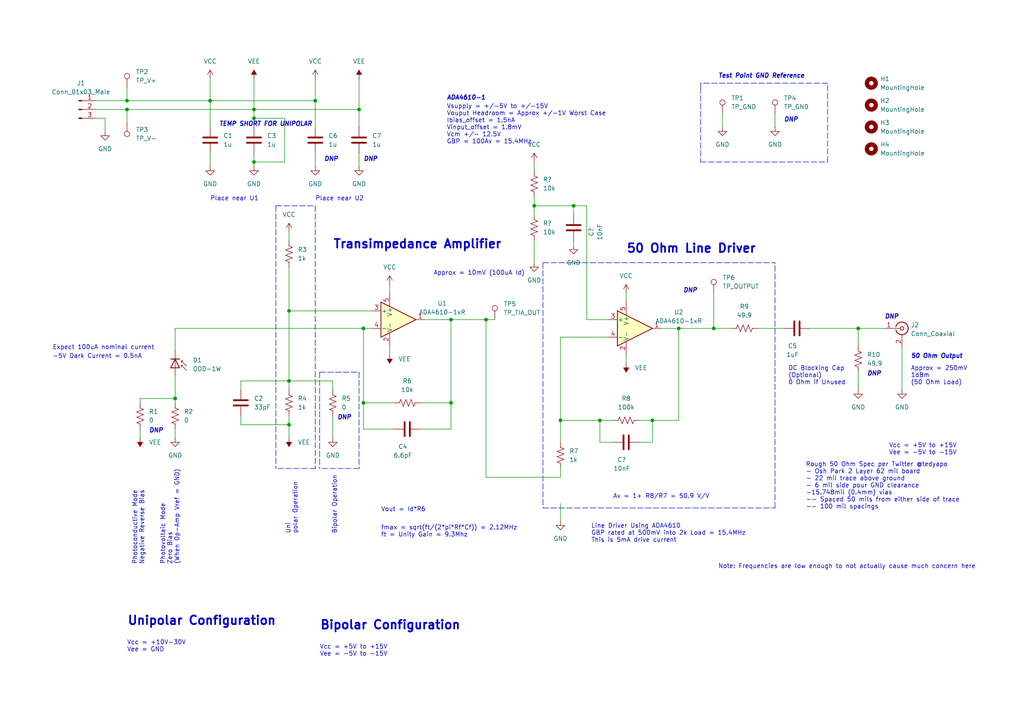
<source format=kicad_sch>
(kicad_sch (version 20211123) (generator eeschema)
  (paper "A4")
  (title_block (title "ADA4610-1 Transimpedance Amplifier") (date "2022-08-07") (rev "1.1") (company "Brenton Salmi, KB1LQD"))
  (lib_symbols
    (symbol "Amplifier_Operational:ADA4610-1xRJ" (pin_names (offset 0.127))
      (property "Reference" "U" (at -1.27 6.35 0))
      (property "Value" "ADA4610-1xRJ" (at -1.27 3.81 0))
      (symbol "ADA4610-1xRJ_0_1"
        (polyline (pts (xy -5.08 5.08) (xy 5.08 0) (xy -5.08 -5.08) (xy -5.08 5.08)) (stroke (width 0.254)) (fill (type background)))
        (pin power_in line (at -2.54 -7.62 90) (length 3.81) (name "V-") (number "2"))
        (pin power_in line (at -2.54 7.62 270) (length 3.81) (name "V+") (number "5"))
      )
      (symbol "ADA4610-1xRJ_1_1"
        (pin output line (at 7.62 0 180) (length 2.54) (name "~") (number "1"))
        (pin input line (at -7.62 2.54 0) (length 2.54) (name "+") (number "3"))
        (pin input line (at -7.62 -2.54 0) (length 2.54) (name "-") (number "4"))
      )
    )
    (symbol "Connector:Conn_01x03_Male" (pin_names (offset 1.016) hide)
      (property "Reference" "J" (at 0 5.08 0))
      (property "Value" "Conn_01x03_Male" (at 0 -5.08 0))
      (symbol "Conn_01x03_Male_1_1"
        (polyline (pts (xy 1.27 -2.54) (xy 0.8636 -2.54)) (stroke (width 0.1524)))
        (polyline (pts (xy 1.27 0) (xy 0.8636 0)) (stroke (width 0.1524)))
        (polyline (pts (xy 1.27 2.54) (xy 0.8636 2.54)) (stroke (width 0.1524)))
        (rectangle (start 0.8636 -2.413) (end 0 -2.667) (stroke (width 0.1524)) (fill (type outline)))
        (rectangle (start 0.8636 0.127) (end 0 -0.127) (stroke (width 0.1524)) (fill (type outline)))
        (rectangle (start 0.8636 2.667) (end 0 2.413) (stroke (width 0.1524)) (fill (type outline)))
        (pin passive line (at 5.08 2.54 180) (length 3.81) (name "Pin_1") (number "1"))
        (pin passive line (at 5.08 0 180) (length 3.81) (name "Pin_2") (number "2"))
        (pin passive line (at 5.08 -2.54 180) (length 3.81) (name "Pin_3") (number "3"))
      )
    )
    (symbol "Connector:Conn_Coaxial" (pin_names (offset 1.016) hide)
      (property "Reference" "J" (at 0.254 3.048 0))
      (property "Value" "Conn_Coaxial" (at 2.921 0 90))
      (symbol "Conn_Coaxial_0_1"
        (arc (start -1.778 -0.508) (mid 0.2311 -1.8066) (end 1.778 0) (stroke (width 0.254)))
        (polyline (pts (xy -2.54 0) (xy -0.508 0)))
        (polyline (pts (xy 0 -2.54) (xy 0 -1.778)))
        (circle (center 0 0) (radius 0.508) (stroke (width 0.2032)))
        (arc (start 1.778 0) (mid 0.2099 1.8101) (end -1.778 0.508) (stroke (width 0.254)))
      )
      (symbol "Conn_Coaxial_1_1"
        (pin passive line (at -5.08 0 0) (length 2.54) (name "In") (number "1"))
        (pin passive line (at 0 -5.08 90) (length 2.54) (name "Ext") (number "2"))
      )
    )
    (symbol "Connector:TestPoint" (pin_numbers hide) (pin_names (offset 0.762) hide)
      (property "Reference" "TP" (at 0 6.858 0))
      (property "Value" "TestPoint" (at 0 5.08 0))
      (symbol "TestPoint_0_1"
        (circle (center 0 3.302) (radius 0.762))
      )
      (symbol "TestPoint_1_1"
        (pin passive line (at 0 0 90) (length 2.54) (name "1") (number "1"))
      )
    )
    (symbol "Device:C" (pin_numbers hide) (pin_names (offset 0.254))
      (property "Reference" "C" (at 0.635 2.54 0))
      (property "Value" "C" (at 0.635 -2.54 0))
      (symbol "C_0_1"
        (polyline (pts (xy -2.032 -0.762) (xy 2.032 -0.762)) (stroke (width 0.508)))
        (polyline (pts (xy -2.032 0.762) (xy 2.032 0.762)) (stroke (width 0.508)))
      )
      (symbol "C_1_1"
        (pin passive line (at 0 3.81 270) (length 2.794) (name "~") (number "1"))
        (pin passive line (at 0 -3.81 90) (length 2.794) (name "~") (number "2"))
      )
    )
    (symbol "Device:D_Photo" (pin_numbers hide) (pin_names hide)
      (property "Reference" "D" (at 0.508 1.778 0))
      (property "Value" "D_Photo" (at -1.016 -2.794 0))
      (symbol "D_Photo_0_1"
        (polyline (pts (xy -2.54 1.27) (xy -2.54 -1.27)) (stroke (width 0.254)))
        (polyline (pts (xy -2.032 1.778) (xy -1.524 1.778)))
        (polyline (pts (xy 0 0) (xy -2.54 0)))
        (polyline (pts (xy -0.508 3.302) (xy -2.032 1.778) (xy -2.032 2.286)))
        (polyline (pts (xy 0 -1.27) (xy 0 1.27) (xy -2.54 0) (xy 0 -1.27)) (stroke (width 0.254)))
        (polyline (pts (xy 0.762 3.302) (xy -0.762 1.778) (xy -0.762 2.286) (xy -0.762 1.778) (xy -0.254 1.778)))
      )
      (symbol "D_Photo_1_1"
        (pin passive line (at -5.08 0 0) (length 2.54) (name "K") (number "1"))
        (pin passive line (at 2.54 0 180) (length 2.54) (name "A") (number "2"))
      )
    )
    (symbol "Device:R_US" (pin_numbers hide) (pin_names (offset 0))
      (property "Reference" "R" (at 2.54 0 90))
      (property "Value" "R_US" (at -2.54 0 90))
      (symbol "R_US_0_1"
        (polyline (pts (xy 0 -2.286) (xy 0 -2.54)))
        (polyline (pts (xy 0 2.286) (xy 0 2.54)))
        (polyline (pts (xy 0 -0.762) (xy 1.016 -1.143) (xy 0 -1.524) (xy -1.016 -1.905) (xy 0 -2.286)))
        (polyline (pts (xy 0 0.762) (xy 1.016 0.381) (xy 0 0) (xy -1.016 -0.381) (xy 0 -0.762)))
        (polyline (pts (xy 0 2.286) (xy 1.016 1.905) (xy 0 1.524) (xy -1.016 1.143) (xy 0 0.762)))
      )
      (symbol "R_US_1_1"
        (pin passive line (at 0 3.81 270) (length 1.27) (name "~") (number "1"))
        (pin passive line (at 0 -3.81 90) (length 1.27) (name "~") (number "2"))
      )
    )
    (symbol "Mechanical:MountingHole" (pin_names (offset 1.016))
      (property "Reference" "H" (at 0 5.08 0))
      (property "Value" "MountingHole" (at 0 3.175 0))
      (symbol "MountingHole_0_1"
        (circle (center 0 0) (radius 1.27) (stroke (width 1.27)))
      )
    )
    (symbol "power:GND" (power) (pin_names (offset 0))
      (property "Value" "GND" (at 0 -3.81 0))
      (symbol "GND_0_1"
        (polyline (pts (xy 0 0) (xy 0 -1.27) (xy 1.27 -1.27) (xy 0 -2.54) (xy -1.27 -1.27) (xy 0 -1.27)))
      )
      (symbol "GND_1_1"
        (pin power_in line (at 0 0 270) (length 0) hide (name "GND") (number "1"))
      )
    )
    (symbol "power:VCC" (power) (pin_names (offset 0))
      (property "Value" "VCC" (at 0 3.81 0))
      (symbol "VCC_0_1"
        (polyline (pts (xy -0.762 1.27) (xy 0 2.54)))
        (polyline (pts (xy 0 0) (xy 0 2.54)))
        (polyline (pts (xy 0 2.54) (xy 0.762 1.27)))
      )
      (symbol "VCC_1_1"
        (pin power_in line (at 0 0 90) (length 0) hide (name "VCC") (number "1"))
      )
    )
    (symbol "power:VEE" (power) (pin_names (offset 0))
      (property "Value" "VEE" (at 0 3.81 0))
      (symbol "VEE_0_1"
        (polyline (pts (xy 0 0) (xy 0 2.54)))
        (polyline (pts (xy 0.762 1.27) (xy -0.762 1.27) (xy 0 2.54) (xy 0.762 1.27)) (fill (type outline)))
      )
      (symbol "VEE_1_1"
        (pin power_in line (at 0 0 90) (length 0) hide (name "VEE") (number "1"))
      )
    )
  )
  (junction (at 91.44 29.21))
  (junction (at 60.96 29.21))
  (junction (at 248.92 95.25))
  (junction (at 105.41 116.84))
  (junction (at 73.66 34.29))
  (junction (at 83.82 110.49))
  (junction (at 73.66 31.75))
  (junction (at 173.99 121.92))
  (junction (at 130.81 116.84))
  (junction (at 36.83 31.75))
  (junction (at 189.23 121.92))
  (junction (at 166.37 59.69))
  (junction (at 36.83 29.21))
  (junction (at 50.8 115.57))
  (junction (at 73.66 46.99))
  (junction (at 83.82 123.19))
  (junction (at 196.85 95.25))
  (junction (at 207.01 95.25))
  (junction (at 154.94 59.69))
  (junction (at 105.41 95.25))
  (junction (at 162.56 121.92))
  (junction (at 140.97 92.71))
  (junction (at 83.82 90.17))
  (junction (at 104.14 31.75))
  (junction (at 130.81 92.71))
  (wire (pts (xy 83.82 110.49) (xy 83.82 113.03)))
  (wire (pts (xy 83.82 90.17) (xy 83.82 110.49)))
  (wire (pts (xy 73.66 46.99) (xy 73.66 48.26)))
  (wire (pts (xy 73.66 31.75) (xy 73.66 34.29)))
  (wire (pts (xy 261.62 100.33) (xy 261.62 113.03)))
  (wire (pts (xy 162.56 146.05) (xy 162.56 151.13)))
  (wire (pts (xy 162.56 97.79) (xy 176.53 97.79)))
  (wire (pts (xy 166.37 59.69) (xy 166.37 62.23)))
  (polyline (pts (xy 203.2 25.4) (xy 203.2 46.99)))
  (wire (pts (xy 60.96 29.21) (xy 60.96 36.83)))
  (wire (pts (xy 83.82 67.31) (xy 83.82 69.85)))
  (wire (pts (xy 27.94 29.21) (xy 36.83 29.21)))
  (wire (pts (xy 170.18 92.71) (xy 170.18 59.69)))
  (wire (pts (xy 185.42 121.92) (xy 189.23 121.92)))
  (wire (pts (xy 170.18 59.69) (xy 166.37 59.69)))
  (wire (pts (xy 185.42 128.27) (xy 189.23 128.27)))
  (wire (pts (xy 73.66 34.29) (xy 82.55 34.29)))
  (wire (pts (xy 40.64 115.57) (xy 50.8 115.57)))
  (wire (pts (xy 113.03 100.33) (xy 113.03 102.87)))
  (wire (pts (xy 50.8 115.57) (xy 50.8 116.84)))
  (polyline (pts (xy 203.2 24.13) (xy 203.2 25.4)))
  (wire (pts (xy 96.52 120.65) (xy 96.52 127)))
  (polyline (pts (xy 91.44 135.89) (xy 80.01 135.89)))
  (wire (pts (xy 154.94 59.69) (xy 154.94 62.23)))
  (wire (pts (xy 248.92 95.25) (xy 256.54 95.25)))
  (wire (pts (xy 73.66 22.86) (xy 73.66 31.75)))
  (wire (pts (xy 130.81 92.71) (xy 140.97 92.71)))
  (wire (pts (xy 96.52 110.49) (xy 96.52 113.03)))
  (wire (pts (xy 83.82 120.65) (xy 83.82 123.19)))
  (wire (pts (xy 162.56 121.92) (xy 173.99 121.92)))
  (wire (pts (xy 189.23 128.27) (xy 189.23 121.92)))
  (wire (pts (xy 69.85 110.49) (xy 83.82 110.49)))
  (wire (pts (xy 248.92 95.25) (xy 248.92 100.33)))
  (wire (pts (xy 196.85 121.92) (xy 196.85 95.25)))
  (wire (pts (xy 105.41 95.25) (xy 105.41 116.84)))
  (wire (pts (xy 27.94 34.29) (xy 30.48 34.29)))
  (wire (pts (xy 176.53 92.71) (xy 170.18 92.71)))
  (wire (pts (xy 113.03 82.55) (xy 113.03 85.09)))
  (wire (pts (xy 36.83 25.4) (xy 36.83 29.21)))
  (wire (pts (xy 36.83 29.21) (xy 60.96 29.21)))
  (wire (pts (xy 173.99 121.92) (xy 177.8 121.92)))
  (wire (pts (xy 140.97 92.71) (xy 140.97 138.43)))
  (wire (pts (xy 121.92 124.46) (xy 130.81 124.46)))
  (wire (pts (xy 209.55 33.02) (xy 209.55 36.83)))
  (polyline (pts (xy 157.48 76.2) (xy 224.79 76.2)))
  (wire (pts (xy 30.48 34.29) (xy 30.48 38.1)))
  (wire (pts (xy 121.92 116.84) (xy 130.81 116.84)))
  (wire (pts (xy 50.8 95.25) (xy 105.41 95.25)))
  (wire (pts (xy 36.83 31.75) (xy 36.83 35.56)))
  (wire (pts (xy 154.94 46.99) (xy 154.94 49.53)))
  (wire (pts (xy 154.94 57.15) (xy 154.94 59.69)))
  (wire (pts (xy 40.64 116.84) (xy 40.64 115.57)))
  (wire (pts (xy 207.01 85.09) (xy 207.01 95.25)))
  (wire (pts (xy 50.8 124.46) (xy 50.8 127)))
  (polyline (pts (xy 203.2 46.99) (xy 240.03 46.99)))
  (wire (pts (xy 50.8 101.6) (xy 50.8 95.25)))
  (wire (pts (xy 40.64 124.46) (xy 40.64 127)))
  (wire (pts (xy 36.83 31.75) (xy 73.66 31.75)))
  (wire (pts (xy 207.01 95.25) (xy 212.09 95.25)))
  (wire (pts (xy 130.81 116.84) (xy 130.81 92.71)))
  (polyline (pts (xy 92.71 107.95) (xy 92.71 135.89)))
  (wire (pts (xy 166.37 59.69) (xy 154.94 59.69)))
  (wire (pts (xy 107.95 95.25) (xy 105.41 95.25)))
  (wire (pts (xy 173.99 128.27) (xy 173.99 121.92)))
  (wire (pts (xy 181.61 85.09) (xy 181.61 87.63)))
  (polyline (pts (xy 224.79 147.32) (xy 224.79 76.2)))
  (wire (pts (xy 104.14 31.75) (xy 104.14 36.83)))
  (wire (pts (xy 189.23 121.92) (xy 196.85 121.92)))
  (wire (pts (xy 60.96 44.45) (xy 60.96 48.26)))
  (wire (pts (xy 27.94 31.75) (xy 36.83 31.75)))
  (wire (pts (xy 219.71 95.25) (xy 227.33 95.25)))
  (wire (pts (xy 83.82 90.17) (xy 107.95 90.17)))
  (wire (pts (xy 69.85 113.03) (xy 69.85 110.49)))
  (polyline (pts (xy 157.48 147.32) (xy 224.79 147.32)))
  (polyline (pts (xy 104.14 135.89) (xy 92.71 135.89)))
  (wire (pts (xy 104.14 22.86) (xy 104.14 31.75)))
  (wire (pts (xy 73.66 34.29) (xy 73.66 36.83)))
  (wire (pts (xy 91.44 22.86) (xy 91.44 29.21)))
  (polyline (pts (xy 80.01 59.69) (xy 80.01 135.89)))
  (wire (pts (xy 130.81 92.71) (xy 123.19 92.71)))
  (wire (pts (xy 248.92 107.95) (xy 248.92 113.03)))
  (wire (pts (xy 91.44 44.45) (xy 91.44 48.26)))
  (wire (pts (xy 69.85 123.19) (xy 83.82 123.19)))
  (wire (pts (xy 82.55 34.29) (xy 82.55 46.99)))
  (wire (pts (xy 60.96 22.86) (xy 60.96 29.21)))
  (wire (pts (xy 50.8 109.22) (xy 50.8 115.57)))
  (wire (pts (xy 91.44 29.21) (xy 91.44 36.83)))
  (wire (pts (xy 73.66 46.99) (xy 82.55 46.99)))
  (wire (pts (xy 162.56 121.92) (xy 162.56 97.79)))
  (polyline (pts (xy 157.48 76.2) (xy 157.48 147.32)))
  (polyline (pts (xy 92.71 107.95) (xy 104.14 107.95)))
  (polyline (pts (xy 91.44 59.69) (xy 91.44 135.89)))
  (wire (pts (xy 83.82 77.47) (xy 83.82 90.17)))
  (wire (pts (xy 69.85 120.65) (xy 69.85 123.19)))
  (wire (pts (xy 73.66 44.45) (xy 73.66 46.99)))
  (wire (pts (xy 224.79 33.02) (xy 224.79 36.83)))
  (wire (pts (xy 154.94 69.85) (xy 154.94 76.2)))
  (wire (pts (xy 196.85 95.25) (xy 207.01 95.25)))
  (wire (pts (xy 105.41 116.84) (xy 114.3 116.84)))
  (wire (pts (xy 83.82 123.19) (xy 83.82 127)))
  (wire (pts (xy 83.82 110.49) (xy 96.52 110.49)))
  (wire (pts (xy 181.61 102.87) (xy 181.61 105.41)))
  (wire (pts (xy 105.41 124.46) (xy 105.41 116.84)))
  (wire (pts (xy 140.97 92.71) (xy 143.51 92.71)))
  (polyline (pts (xy 240.03 24.13) (xy 203.2 24.13)))
  (wire (pts (xy 177.8 128.27) (xy 173.99 128.27)))
  (wire (pts (xy 104.14 44.45) (xy 104.14 48.26)))
  (wire (pts (xy 60.96 29.21) (xy 91.44 29.21)))
  (wire (pts (xy 196.85 95.25) (xy 191.77 95.25)))
  (polyline (pts (xy 104.14 107.95) (xy 104.14 135.89)))
  (wire (pts (xy 166.37 69.85) (xy 166.37 71.12)))
  (polyline (pts (xy 240.03 46.99) (xy 240.03 24.13)))
  (wire (pts (xy 130.81 124.46) (xy 130.81 116.84)))
  (wire (pts (xy 234.95 95.25) (xy 248.92 95.25)))
  (wire (pts (xy 114.3 124.46) (xy 105.41 124.46)))
  (wire (pts (xy 162.56 128.27) (xy 162.56 121.92)))
  (polyline (pts (xy 80.01 59.69) (xy 91.44 59.69)))
  (wire (pts (xy 73.66 31.75) (xy 104.14 31.75)))
  (wire (pts (xy 162.56 135.89) (xy 162.56 138.43)))
  (wire (pts (xy 140.97 138.43) (xy 162.56 138.43)))
  (text "50 Ohm Output" (at 264.16 104.14 0) (effects (font (size 1.27 1.27) (thickness 0.254) bold italic) (justify left bottom)))
  (text "Uni\npolar Operation\n" (at 86.36 154.94 90) (effects (font (size 1.27 1.27)) (justify left bottom)))
  (text "50 Ohm Line Driver\n" (at 181.61 73.66 0) (effects (font (size 2.5 2.5) (thickness 0.5) bold) (justify left bottom)))
  (text "DC Blocking Cap\n(Optional)\n0 Ohm if Unused" (at 228.6 111.76 0) (effects (font (size 1.27 1.27)) (justify left bottom)))
  (text "Approx = 10mV (100uA Id)" (at 125.73 80.01 0) (effects (font (size 1.27 1.27)) (justify left bottom)))
  (text "DNP" (at 227.33 35.56 0) (effects (font (size 1.27 1.27) (thickness 0.254) bold italic) (justify left bottom)))
  (text "Note: Frequencies are low enough to not actually cause much concern here" (at 208.28 165.1 0) (effects (font (size 1.27 1.27)) (justify left bottom)))
  (text "DNP" (at 93.98 46.99 0) (effects (font (size 1.27 1.27) (thickness 0.254) bold italic) (justify left bottom)))
  (text "Vcc = +5V to +15V\nVee = -5V to -15V\n" (at 257.81 132.08 0) (effects (font (size 1.27 1.27)) (justify left bottom)))
  (text "Line Driver Using ADA4610\nGBP rated at 500mV into 2k Load = 15.4MHz\nThis is 5mA drive current\n" (at 171.45 157.48 0) (effects (font (size 1.27 1.27)) (justify left bottom)))
  (text "Unipolar Configuration" (at 36.83 181.61 0) (effects (font (size 2.5 2.5) (thickness 0.5) bold) (justify left bottom)))
  (text "Rough 50 Ohm Spec per Twitter @tedyapo\n- Osh Park 2 Layer 62 mil board\n- 22 mil trace above ground\n- 6 mil side pour GND clearance\n-15.748mil (0.4mm) vias\n-- Spaced 50 mils from either side of trace\n-- 100 mil spacings\n\n" (at 233.68 149.86 0) (effects (font (size 1.27 1.27)) (justify left bottom)))
  (text "DNP" (at 43.18 125.73 0) (effects (font (size 1.27 1.27) (thickness 0.254) bold italic) (justify left bottom)))
  (text "Bipolar Operation\n" (at 97.79 154.94 90) (effects (font (size 1.27 1.27)) (justify left bottom)))
  (text "DNP" (at 105.41 46.99 0) (effects (font (size 1.27 1.27) (thickness 0.254) bold italic) (justify left bottom)))
  (text "fmax = sqrt(ft/(2*pi*Rf*Cf)) = 2.12MHz\nft = Unity Gain = 9.3Mhz\n\n\n" (at 110.49 160.02 0) (effects (font (size 1.27 1.27)) (justify left bottom)))
  (text "Vsupply = +/-5V to +/-15V\nVouput Headroom = Approx +/-1V Worst Case\nIbias_offset = 1.5nA\nVinput_offset = 1.8mV\nVcm +/- 12.5V\nGBP = 100Av = 15.4MHz\n" (at 129.54 41.91 0) (effects (font (size 1.27 1.27)) (justify left bottom)))
  (text "ADA4610-1" (at 129.54 29.21 0) (effects (font (size 1.27 1.27) (thickness 0.254) bold italic) (justify left bottom)))
  (text "DNP" (at 251.46 109.22 0) (effects (font (size 1.27 1.27) (thickness 0.254) bold italic) (justify left bottom)))
  (text "Test Point GND Reference" (at 208.28 22.86 0) (effects (font (size 1.27 1.27) (thickness 0.254) bold italic) (justify left bottom)))
  (text "Place near U2" (at 91.44 58.42 0) (effects (font (size 1.27 1.27)) (justify left bottom)))
  (text "Vout = Id*R6" (at 110.49 148.59 0) (effects (font (size 1.27 1.27)) (justify left bottom)))
  (text "Photovoltaic Mode\nZero Bias\n(When Op-Amp Vref = GND)" (at 52.07 163.83 90) (effects (font (size 1.27 1.27)) (justify left bottom)))
  (text "DNP" (at 256.54 92.71 0) (effects (font (size 1.27 1.27) (thickness 0.254) bold italic) (justify left bottom)))
  (text "Photoconductive Mode\nNegative Reverse Bias" (at 41.91 163.83 90) (effects (font (size 1.27 1.27)) (justify left bottom)))
  (text "Expect 100uA nominal current\n" (at 15.24 101.6 0) (effects (font (size 1.27 1.27)) (justify left bottom)))
  (text "Transimpedance Amplifier" (at 96.52 72.39 0) (effects (font (size 2.5 2.5) (thickness 0.5) bold) (justify left bottom)))
  (text "TEMP SHORT FOR UNIPOLAR" (at 63.5 36.83 0) (effects (font (size 1.27 1.27) (thickness 0.254) bold italic) (justify left bottom)))
  (text "Vcc = +5V to +15V\nVee = -5V to -15V\n" (at 92.71 190.5 0) (effects (font (size 1.27 1.27)) (justify left bottom)))
  (text "Av = 1+ R8/R7 = 50.9 V/V" (at 177.8 144.78 0) (effects (font (size 1.27 1.27)) (justify left bottom)))
  (text "Bipolar Configuration" (at 92.71 182.88 0) (effects (font (size 2.5 2.5) (thickness 0.5) bold) (justify left bottom)))
  (text "-5V Dark Current = 0.5nA" (at 15.24 104.14 0) (effects (font (size 1.27 1.27)) (justify left bottom)))
  (text "DNP" (at 97.79 121.92 0) (effects (font (size 1.27 1.27) (thickness 0.254) bold italic) (justify left bottom)))
  (text "Approx = 250mV\n1dBm\n(50 Ohm Load)" (at 264.16 111.76 0) (effects (font (size 1.27 1.27)) (justify left bottom)))
  (text "Vcc = +10V-30V\nVee = GND\n" (at 36.83 189.23 0) (effects (font (size 1.27 1.27)) (justify left bottom)))
  (text "DNP" (at 198.12 85.09 0) (effects (font (size 1.27 1.27) (thickness 0.254) bold italic) (justify left bottom)))
  (text "Place near U1\n" (at 60.96 58.42 0) (effects (font (size 1.27 1.27)) (justify left bottom)))
  (symbol (lib_id "power:VCC") (at 154.94 46.99 0) (unit 1)
    (property "Reference" "#PWR?" (effects hide))
    (property "Value" "VCC" (at 154.94 41.91 0))
  )
  (symbol (lib_id "Device:R_US") (at 50.8 120.65 0) (unit 1)
    (property "Reference" "R2" (at 53.34 119.3799 0) (effects (justify left)))
    (property "Value" "0" (at 53.34 121.9199 0) (effects (justify left)))
    (property "Footprint" "Resistor_SMD:R_0603_1608Metric_Pad0.98x0.95mm_HandSolder" (effects hide))
  )
  (symbol (lib_id "Mechanical:MountingHole") (at 252.73 24.13 0) (unit 1)
    (property "Reference" "H1" (at 255.27 22.8599 0) (effects (justify left)))
    (property "Value" "MountingHole" (at 255.27 25.3999 0) (effects (justify left)))
    (property "Footprint" "MountingHole:MountingHole_4.3mm_M4" (effects hide))
  )
  (symbol (lib_id "power:VCC") (at 60.96 22.86 0) (unit 1)
    (property "Reference" "#PWR05" (effects hide))
    (property "Value" "VCC" (at 60.96 17.78 0))
  )
  (symbol (lib_id "power:GND") (at 162.56 151.13 0) (unit 1)
    (property "Reference" "#PWR014" (effects hide))
    (property "Value" "GND" (at 162.56 156.21 0))
  )
  (symbol (lib_id "Device:C") (at 118.11 124.46 90) (unit 1)
    (property "Reference" "C4" (at 116.84 129.54 90))
    (property "Value" "6.6pF" (at 116.84 132.08 90))
    (property "Footprint" "Capacitor_SMD:C_0603_1608Metric_Pad1.08x0.95mm_HandSolder" (effects hide))
  )
  (symbol (lib_id "power:VEE") (at 83.82 127 180) (unit 1)
    (property "Reference" "#PWR010" (effects hide))
    (property "Value" "VEE" (at 86.36 128.2699 0) (effects (justify right)))
  )
  (symbol (lib_id "Device:R_US") (at 181.61 121.92 270) (unit 1)
    (property "Reference" "R8" (at 181.61 115.57 90))
    (property "Value" "100k" (at 181.61 118.11 90))
    (property "Footprint" "Resistor_SMD:R_0805_2012Metric_Pad1.20x1.40mm_HandSolder" (effects hide))
  )
  (symbol (lib_id "Connector:Conn_01x03_Male") (at 22.86 31.75 0) (unit 1)
    (property "Reference" "J1" (at 23.495 24.13 0))
    (property "Value" "Conn_01x03_Male" (at 23.495 26.67 0))
    (property "Footprint" "Connector_Molex:Molex_KK-254_AE-6410-03A_1x03_P2.54mm_Vertical" (effects hide))
  )
  (symbol (lib_id "Device:R_US") (at 83.82 116.84 0) (unit 1)
    (property "Reference" "R4" (at 86.36 115.5699 0) (effects (justify left)))
    (property "Value" "1k" (at 86.36 118.1099 0) (effects (justify left)))
    (property "Footprint" "Resistor_SMD:R_0603_1608Metric_Pad0.98x0.95mm_HandSolder" (effects hide))
  )
  (symbol (lib_id "power:VEE") (at 73.66 22.86 0) (unit 1)
    (property "Reference" "#PWR07" (effects hide))
    (property "Value" "VEE" (at 73.66 17.78 0))
  )
  (symbol (lib_id "power:VCC") (at 181.61 85.09 0) (unit 1)
    (property "Reference" "#PWR015" (effects hide))
    (property "Value" "VCC" (at 181.61 80.01 0))
  )
  (symbol (lib_id "power:VCC") (at 83.82 67.31 0) (unit 1)
    (property "Reference" "#PWR09" (effects hide))
    (property "Value" "VCC" (at 83.82 62.23 0))
  )
  (symbol (lib_id "power:GND") (at 104.14 48.26 0) (unit 1)
    (property "Reference" "#PWR023" (effects hide))
    (property "Value" "GND" (at 104.14 53.34 0))
  )
  (symbol (lib_id "power:GND") (at 30.48 38.1 0) (unit 1)
    (property "Reference" "#PWR019" (effects hide))
    (property "Value" "GND" (at 30.48 43.18 0))
  )
  (symbol (lib_id "Device:C") (at 231.14 95.25 90) (unit 1)
    (property "Reference" "C5" (at 229.87 100.33 90))
    (property "Value" "1uF" (at 229.87 102.87 90))
    (property "Footprint" "Capacitor_SMD:C_1210_3225Metric_Pad1.33x2.70mm_HandSolder" (effects hide))
  )
  (symbol (lib_id "Device:C") (at 73.66 40.64 180) (unit 1)
    (property "Reference" "C3" (at 77.47 39.3699 0) (effects (justify right)))
    (property "Value" "1u" (at 77.47 41.9099 0) (effects (justify right)))
    (property "Footprint" "Capacitor_SMD:C_1206_3216Metric_Pad1.33x1.80mm_HandSolder" (effects hide))
  )
  (symbol (lib_id "Device:C") (at 104.14 40.64 180) (unit 1)
    (property "Reference" "C7" (at 107.95 39.3699 0) (effects (justify right)))
    (property "Value" "1u" (at 107.95 41.9099 0) (effects (justify right)))
    (property "Footprint" "Capacitor_SMD:C_1206_3216Metric_Pad1.33x1.80mm_HandSolder" (effects hide))
  )
  (symbol (lib_id "power:GND") (at 50.8 127 0) (unit 1)
    (property "Reference" "#PWR04" (effects hide))
    (property "Value" "GND" (at 50.8 132.08 0))
  )
  (symbol (lib_id "Mechanical:MountingHole") (at 252.73 30.48 0) (unit 1)
    (property "Reference" "H2" (at 255.27 29.2099 0) (effects (justify left)))
    (property "Value" "MountingHole" (at 255.27 31.7499 0) (effects (justify left)))
    (property "Footprint" "MountingHole:MountingHole_4.3mm_M4" (effects hide))
  )
  (symbol (lib_id "Amplifier_Operational:ADA4610-1xRJ") (at 184.15 95.25 0) (unit 1)
    (property "Reference" "U2" (at 196.85 90.551 0))
    (property "Value" "ADA4610-1xR" (at 196.85 93.091 0))
    (property "Footprint" "Package_TO_SOT_SMD:SOT-23-5" (effects hide))
    (property "Datasheet" "https://www.analog.com/media/en/technical-documentation/data-sheets/ADA4610-1_4610-2_4610-4.pdf" (effects hide))
  )
  (symbol (lib_id "Device:R_US") (at 40.64 120.65 0) (unit 1)
    (property "Reference" "R1" (at 43.18 119.3799 0) (effects (justify left)))
    (property "Value" "0" (at 43.18 121.9199 0) (effects (justify left)))
    (property "Footprint" "Resistor_SMD:R_0603_1608Metric_Pad0.98x0.95mm_HandSolder" (effects hide))
  )
  (symbol (lib_id "power:VEE") (at 181.61 105.41 180) (unit 1)
    (property "Reference" "#PWR016" (effects hide))
    (property "Value" "VEE" (at 184.15 106.6799 0) (effects (justify right)))
  )
  (symbol (lib_id "Connector:TestPoint") (at 36.83 25.4 0) (unit 1)
    (property "Reference" "TP2" (at 39.37 20.8279 0) (effects (justify left)))
    (property "Value" "TP_V+" (at 39.37 23.3679 0) (effects (justify left)))
    (property "Footprint" "TestPoint:TestPoint_Keystone_5010-5014_Multipurpose" (effects hide))
  )
  (symbol (lib_id "Device:D_Photo") (at 50.8 106.68 270) (unit 1)
    (property "Reference" "D1" (at 55.88 104.4574 90) (effects (justify left)))
    (property "Value" "ODD-1W" (at 55.88 106.9974 90) (effects (justify left)))
    (property "Footprint" "ADA4610-transimpedance-amplifier:TO-18-2_Lens_Centered" (effects hide))
  )
  (symbol (lib_id "power:VEE") (at 104.14 22.86 0) (unit 1)
    (property "Reference" "#PWR022" (effects hide))
    (property "Value" "VEE" (at 104.14 17.78 0))
  )
  (symbol (lib_id "Device:R_US") (at 215.9 95.25 270) (unit 1)
    (property "Reference" "R9" (at 215.9 88.9 90))
    (property "Value" "49.9" (at 215.9 91.44 90))
    (property "Footprint" "Resistor_SMD:R_0805_2012Metric_Pad1.20x1.40mm_HandSolder" (effects hide))
  )
  (symbol (lib_id "power:GND") (at 166.37 71.12 0) (unit 1)
    (property "Reference" "#PWR?" (effects hide))
    (property "Value" "GND" (at 166.37 76.2 0))
  )
  (symbol (lib_id "power:VCC") (at 91.44 22.86 0) (unit 1)
    (property "Reference" "#PWR020" (effects hide))
    (property "Value" "VCC" (at 91.44 17.78 0))
  )
  (symbol (lib_id "power:VEE") (at 113.03 102.87 180) (unit 1)
    (property "Reference" "#PWR013" (effects hide))
    (property "Value" "VEE" (at 115.57 104.1399 0) (effects (justify right)))
  )
  (symbol (lib_id "Device:C") (at 60.96 40.64 180) (unit 1)
    (property "Reference" "C1" (at 64.77 39.3699 0) (effects (justify right)))
    (property "Value" "1u" (at 64.77 41.9099 0) (effects (justify right)))
    (property "Footprint" "Capacitor_SMD:C_1206_3216Metric_Pad1.33x1.80mm_HandSolder" (effects hide))
  )
  (symbol (lib_id "power:GND") (at 248.92 113.03 0) (unit 1)
    (property "Reference" "#PWR017" (effects hide))
    (property "Value" "GND" (at 248.92 118.11 0))
  )
  (symbol (lib_id "Connector:TestPoint") (at 36.83 35.56 180) (unit 1)
    (property "Reference" "TP3" (at 39.37 37.5919 0) (effects (justify right)))
    (property "Value" "TP_V-" (at 39.37 40.1319 0) (effects (justify right)))
    (property "Footprint" "TestPoint:TestPoint_Keystone_5010-5014_Multipurpose" (effects hide))
  )
  (symbol (lib_id "power:GND") (at 60.96 48.26 0) (unit 1)
    (property "Reference" "#PWR06" (effects hide))
    (property "Value" "GND" (at 60.96 53.34 0))
  )
  (symbol (lib_id "Device:R_US") (at 154.94 66.04 0) (unit 1)
    (property "Reference" "R?" (at 157.48 64.7699 0) (effects (justify left)))
    (property "Value" "10k" (at 157.48 67.3099 0) (effects (justify left)))
    (property "Footprint" "Resistor_SMD:R_0603_1608Metric_Pad0.98x0.95mm_HandSolder" (effects hide))
  )
  (symbol (lib_id "Connector:Conn_Coaxial") (at 261.62 95.25 0) (unit 1)
    (property "Reference" "J2" (at 264.16 94.2731 0) (effects (justify left)))
    (property "Value" "Conn_Coaxial" (at 264.16 96.8131 0) (effects (justify left)))
    (property "Footprint" "ADA4610-transimpedance-amplifier:RFSOLUTIONS_CON-SMA-EDGE-S" (effects hide))
    (property "Datasheet" " ~" (effects hide))
  )
  (symbol (lib_id "power:VCC") (at 113.03 82.55 0) (unit 1)
    (property "Reference" "#PWR012" (effects hide))
    (property "Value" "VCC" (at 113.03 77.47 0))
  )
  (symbol (lib_id "power:GND") (at 96.52 127 0) (unit 1)
    (property "Reference" "#PWR011" (effects hide))
    (property "Value" "GND" (at 96.52 132.08 0))
  )
  (symbol (lib_id "power:VEE") (at 40.64 127 180) (unit 1)
    (property "Reference" "#PWR03" (effects hide))
    (property "Value" "VEE" (at 43.18 128.2699 0) (effects (justify right)))
  )
  (symbol (lib_id "Device:R_US") (at 83.82 73.66 0) (unit 1)
    (property "Reference" "R3" (at 86.36 72.3899 0) (effects (justify left)))
    (property "Value" "1k" (at 86.36 74.9299 0) (effects (justify left)))
    (property "Footprint" "Resistor_SMD:R_0603_1608Metric_Pad0.98x0.95mm_HandSolder" (effects hide))
  )
  (symbol (lib_id "Device:C") (at 181.61 128.27 90) (unit 1)
    (property "Reference" "C?" (at 180.34 133.35 90))
    (property "Value" "10nF" (at 180.34 135.89 90))
  )
  (symbol (lib_id "power:GND") (at 154.94 76.2 0) (unit 1)
    (property "Reference" "#PWR?" (effects hide))
    (property "Value" "GND" (at 154.94 81.28 0))
  )
  (symbol (lib_id "Device:R_US") (at 162.56 132.08 180) (unit 1)
    (property "Reference" "R7" (at 165.1 130.8099 0) (effects (justify right)))
    (property "Value" "1k" (at 165.1 133.3499 0) (effects (justify right)))
    (property "Footprint" "Resistor_SMD:R_0603_1608Metric_Pad0.98x0.95mm_HandSolder" (effects hide))
  )
  (symbol (lib_id "Device:R_US") (at 154.94 53.34 0) (unit 1)
    (property "Reference" "R?" (at 157.48 52.0699 0) (effects (justify left)))
    (property "Value" "10k" (at 157.48 54.6099 0) (effects (justify left)))
    (property "Footprint" "Resistor_SMD:R_0603_1608Metric_Pad0.98x0.95mm_HandSolder" (effects hide))
  )
  (symbol (lib_id "Connector:TestPoint") (at 207.01 85.09 0) (unit 1)
    (property "Reference" "TP6" (at 209.55 80.5179 0) (effects (justify left)))
    (property "Value" "TP_OUTPUT" (at 209.55 83.0579 0) (effects (justify left)))
    (property "Footprint" "TestPoint:TestPoint_Keystone_5010-5014_Multipurpose" (effects hide))
  )
  (symbol (lib_id "power:GND") (at 73.66 48.26 0) (unit 1)
    (property "Reference" "#PWR08" (effects hide))
    (property "Value" "GND" (at 73.66 53.34 0))
  )
  (symbol (lib_id "Device:C") (at 166.37 66.04 180) (unit 1)
    (property "Reference" "C?" (at 171.45 67.31 90))
    (property "Value" "10nF" (at 173.99 67.31 90))
  )
  (symbol (lib_id "Device:R_US") (at 248.92 104.14 0) (unit 1)
    (property "Reference" "R10" (at 251.46 102.8699 0) (effects (justify left)))
    (property "Value" "49.9" (at 251.46 105.4099 0) (effects (justify left)))
    (property "Footprint" "Resistor_SMD:R_0805_2012Metric_Pad1.20x1.40mm_HandSolder" (effects hide))
  )
  (symbol (lib_id "Mechanical:MountingHole") (at 252.73 43.18 0) (unit 1)
    (property "Reference" "H4" (at 255.27 41.9099 0) (effects (justify left)))
    (property "Value" "MountingHole" (at 255.27 44.4499 0) (effects (justify left)))
    (property "Footprint" "MountingHole:MountingHole_4.3mm_M4" (effects hide))
  )
  (symbol (lib_id "Amplifier_Operational:ADA4610-1xRJ") (at 115.57 92.71 0) (unit 1)
    (property "Reference" "U1" (at 128.27 88.011 0))
    (property "Value" "ADA4610-1xR" (at 128.27 90.551 0))
    (property "Footprint" "Package_TO_SOT_SMD:SOT-23-5" (effects hide))
    (property "Datasheet" "https://www.analog.com/media/en/technical-documentation/data-sheets/ADA4610-1_4610-2_4610-4.pdf" (effects hide))
  )
  (symbol (lib_id "Device:R_US") (at 96.52 116.84 0) (unit 1)
    (property "Reference" "R5" (at 99.06 115.5699 0) (effects (justify left)))
    (property "Value" "0" (at 99.06 118.1099 0) (effects (justify left)))
    (property "Footprint" "Resistor_SMD:R_0603_1608Metric_Pad0.98x0.95mm_HandSolder" (effects hide))
  )
  (symbol (lib_id "power:GND") (at 91.44 48.26 0) (unit 1)
    (property "Reference" "#PWR021" (effects hide))
    (property "Value" "GND" (at 91.44 53.34 0))
  )
  (symbol (lib_id "Device:R_US") (at 118.11 116.84 90) (unit 1)
    (property "Reference" "R6" (at 118.11 110.49 90))
    (property "Value" "10k" (at 118.11 113.03 90))
    (property "Footprint" "Resistor_SMD:R_0805_2012Metric_Pad1.20x1.40mm_HandSolder" (effects hide))
  )
  (symbol (lib_id "power:GND") (at 261.62 113.03 0) (unit 1)
    (property "Reference" "#PWR018" (effects hide))
    (property "Value" "GND" (at 261.62 118.11 0))
  )
  (symbol (lib_id "Device:C") (at 91.44 40.64 180) (unit 1)
    (property "Reference" "C6" (at 95.25 39.3699 0) (effects (justify right)))
    (property "Value" "1u" (at 95.25 41.9099 0) (effects (justify right)))
    (property "Footprint" "Capacitor_SMD:C_1206_3216Metric_Pad1.33x1.80mm_HandSolder" (effects hide))
  )
  (symbol (lib_id "Connector:TestPoint") (at 209.55 33.02 0) (unit 1)
    (property "Reference" "TP1" (at 212.09 28.4479 0) (effects (justify left)))
    (property "Value" "TP_GND" (at 212.09 30.9879 0) (effects (justify left)))
    (property "Footprint" "TestPoint:TestPoint_Keystone_5010-5014_Multipurpose" (effects hide))
  )
  (symbol (lib_id "Device:C") (at 69.85 116.84 180) (unit 1)
    (property "Reference" "C2" (at 73.66 115.5699 0) (effects (justify right)))
    (property "Value" "33pF" (at 73.66 118.1099 0) (effects (justify right)))
    (property "Footprint" "Capacitor_SMD:C_0805_2012Metric_Pad1.18x1.45mm_HandSolder" (effects hide))
  )
  (symbol (lib_id "Connector:TestPoint") (at 224.79 33.02 0) (unit 1)
    (property "Reference" "TP4" (at 227.33 28.4479 0) (effects (justify left)))
    (property "Value" "TP_GND" (at 227.33 30.9879 0) (effects (justify left)))
    (property "Footprint" "TestPoint:TestPoint_Keystone_5010-5014_Multipurpose" (effects hide))
  )
  (symbol (lib_id "Connector:TestPoint") (at 143.51 92.71 0) (unit 1)
    (property "Reference" "TP5" (at 146.05 88.1379 0) (effects (justify left)))
    (property "Value" "TP_TIA_OUT" (at 146.05 90.6779 0) (effects (justify left)))
    (property "Footprint" "TestPoint:TestPoint_Keystone_5010-5014_Multipurpose" (effects hide))
  )
  (symbol (lib_id "power:GND") (at 224.79 36.83 0) (unit 1)
    (property "Reference" "#PWR02" (effects hide))
    (property "Value" "GND" (at 224.79 41.91 0))
  )
  (symbol (lib_id "Mechanical:MountingHole") (at 252.73 36.83 0) (unit 1)
    (property "Reference" "H3" (at 255.27 35.5599 0) (effects (justify left)))
    (property "Value" "MountingHole" (at 255.27 38.0999 0) (effects (justify left)))
    (property "Footprint" "MountingHole:MountingHole_4.3mm_M4" (effects hide))
  )
  (symbol (lib_id "power:GND") (at 209.55 36.83 0) (unit 1)
    (property "Reference" "#PWR01" (effects hide))
    (property "Value" "GND" (at 209.55 41.91 0))
  )
)
</source>
